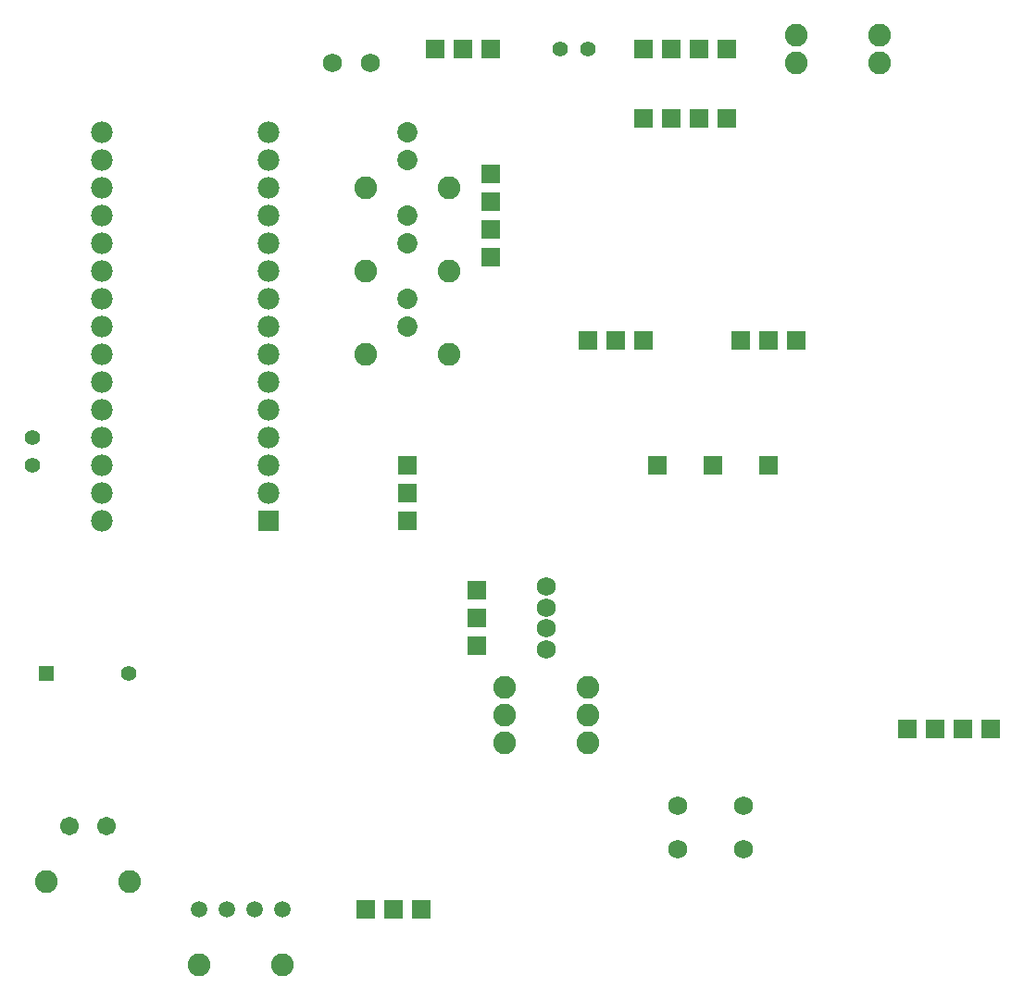
<source format=gbs>
G04 Layer: BottomSolderMaskLayer*
G04 EasyEDA v5.9.42, Wed, 06 Mar 2019 16:08:20 GMT*
G04 Gerber Generator version 0.2*
G04 Scale: 100 percent, Rotated: No, Reflected: No *
G04 Dimensions in millimeters *
G04 leading zeros omitted , absolute positions ,3 integer and 3 decimal *
%FSLAX33Y33*%
%MOMM*%
G90*
G71D02*

%ADD15R,1.778000X1.778000*%
%ADD31C,1.854200*%
%ADD32C,2.082800*%
%ADD33R,1.981200X1.981200*%
%ADD34C,1.981200*%
%ADD35C,1.703197*%
%ADD36C,1.498600*%
%ADD37C,1.397000*%
%ADD38C,1.727200*%
%ADD39R,1.403198X1.403198*%
%ADD40C,1.403198*%

%LPD*%
G54D31*
G01X38100Y82300D03*
G01X38100Y79760D03*
G01X38100Y74680D03*
G01X38100Y72140D03*
G01X38100Y67060D03*
G01X38100Y64520D03*
G54D32*
G01X34290Y77220D03*
G01X41910Y77220D03*
G01X34290Y69600D03*
G01X41910Y69600D03*
G01X34290Y61980D03*
G01X41910Y61980D03*
G01X5080Y13720D03*
G01X12700Y13720D03*
G54D33*
G01X25400Y46740D03*
G54D34*
G01X25400Y49280D03*
G01X25400Y51820D03*
G01X25400Y54360D03*
G01X25400Y56900D03*
G01X25400Y59440D03*
G01X25400Y61980D03*
G01X25400Y64520D03*
G01X25400Y67060D03*
G01X25400Y69600D03*
G01X25400Y72140D03*
G01X25400Y74680D03*
G01X25400Y77220D03*
G01X25400Y79760D03*
G01X25400Y82300D03*
G01X10160Y46740D03*
G01X10160Y49280D03*
G01X10160Y51820D03*
G01X10160Y54360D03*
G01X10160Y56900D03*
G01X10160Y59440D03*
G01X10160Y61980D03*
G01X10160Y64520D03*
G01X10160Y67060D03*
G01X10160Y69600D03*
G01X10160Y72140D03*
G01X10160Y74680D03*
G01X10160Y77220D03*
G01X10160Y79760D03*
G01X10160Y82300D03*
G54D15*
G01X64770Y83570D03*
G01X67310Y83570D03*
G54D32*
G01X54610Y31500D03*
G01X46990Y31500D03*
G01X54610Y28960D03*
G01X46990Y28960D03*
G01X54610Y26420D03*
G01X46990Y26420D03*
G54D35*
G01X7189Y18800D03*
G01X10590Y18800D03*
G54D32*
G01X73660Y88650D03*
G01X81280Y88650D03*
G01X73660Y91190D03*
G01X81280Y91190D03*
G54D36*
G01X19050Y11180D03*
G01X21590Y11180D03*
G01X24130Y11180D03*
G01X26670Y11180D03*
G54D32*
G01X26670Y6100D03*
G01X19050Y6100D03*
G54D37*
G01X3810Y51820D03*
G01X3810Y54360D03*
G01X52070Y89920D03*
G01X54610Y89920D03*
G54D38*
G01X31261Y88650D03*
G01X34778Y88650D03*
G54D15*
G01X40640Y89920D03*
G54D38*
G01X50798Y35000D03*
G01X50801Y36902D03*
G01X50798Y38799D03*
G01X50798Y40699D03*
G54D15*
G01X71120Y51820D03*
G01X86360Y27690D03*
G01X88900Y27690D03*
G01X91440Y27690D03*
G01X83820Y27690D03*
G01X45720Y73410D03*
G01X45720Y75950D03*
G01X45720Y78490D03*
G01X45720Y70870D03*
G01X45720Y89920D03*
G01X59690Y89920D03*
G01X62230Y89920D03*
G54D38*
G01X68833Y20673D03*
G01X62834Y20673D03*
G01X68833Y16672D03*
G01X62834Y16672D03*
G54D15*
G01X43180Y89920D03*
G01X59690Y83570D03*
G01X62230Y83570D03*
G01X66040Y51820D03*
G54D39*
G01X5090Y32770D03*
G54D40*
G01X12689Y32770D03*
G54D15*
G01X54610Y63250D03*
G01X59690Y63250D03*
G01X68580Y63250D03*
G01X73660Y63250D03*
G01X44450Y40390D03*
G01X44450Y37850D03*
G01X44450Y35310D03*
G01X57150Y63250D03*
G01X71120Y63250D03*
G01X38100Y49280D03*
G01X38100Y46740D03*
G01X34290Y11180D03*
G01X36830Y11180D03*
G01X39370Y11180D03*
G01X38100Y51820D03*
G01X64770Y89920D03*
G01X67310Y89920D03*
G01X60960Y51820D03*
M00*
M02*

</source>
